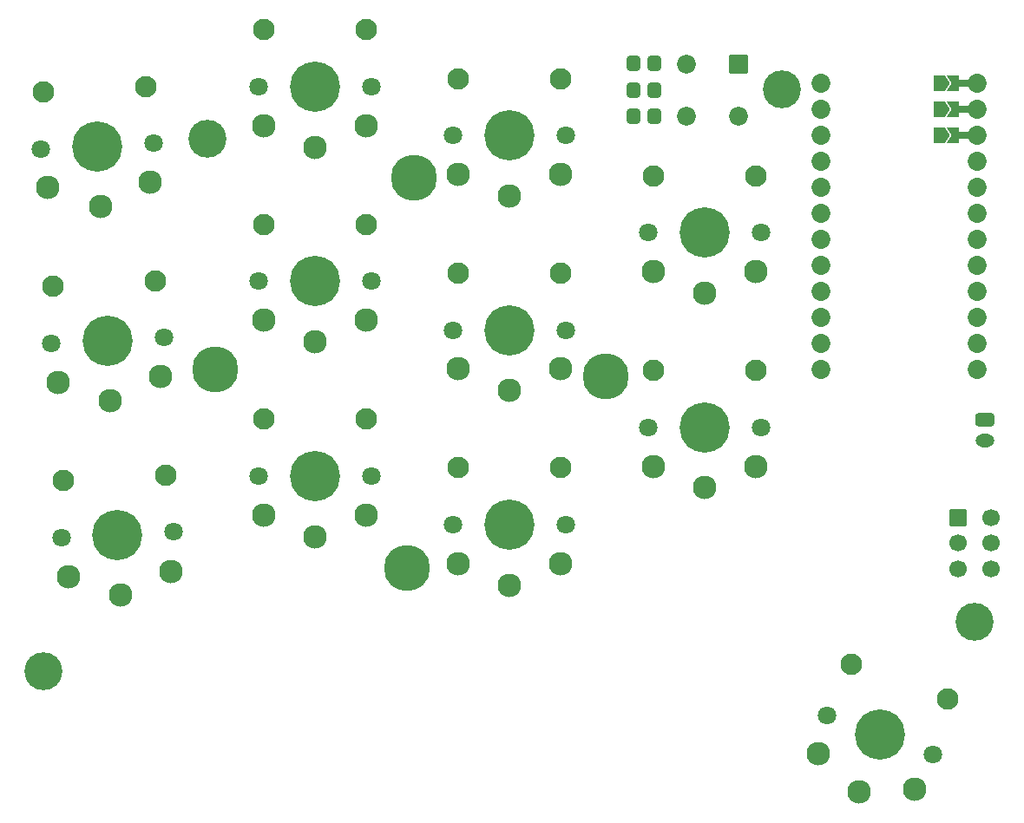
<source format=gbr>
%TF.GenerationSoftware,KiCad,Pcbnew,8.0.6-1.fc41*%
%TF.CreationDate,2024-12-09T10:01:21+11:00*%
%TF.ProjectId,pueo-mx-spaced,7075656f-2d6d-4782-9d73-70616365642e,0.1*%
%TF.SameCoordinates,Original*%
%TF.FileFunction,Soldermask,Bot*%
%TF.FilePolarity,Negative*%
%FSLAX46Y46*%
G04 Gerber Fmt 4.6, Leading zero omitted, Abs format (unit mm)*
G04 Created by KiCad (PCBNEW 8.0.6-1.fc41) date 2024-12-09 10:01:21*
%MOMM*%
%LPD*%
G01*
G04 APERTURE LIST*
G04 Aperture macros list*
%AMRoundRect*
0 Rectangle with rounded corners*
0 $1 Rounding radius*
0 $2 $3 $4 $5 $6 $7 $8 $9 X,Y pos of 4 corners*
0 Add a 4 corners polygon primitive as box body*
4,1,4,$2,$3,$4,$5,$6,$7,$8,$9,$2,$3,0*
0 Add four circle primitives for the rounded corners*
1,1,$1+$1,$2,$3*
1,1,$1+$1,$4,$5*
1,1,$1+$1,$6,$7*
1,1,$1+$1,$8,$9*
0 Add four rect primitives between the rounded corners*
20,1,$1+$1,$2,$3,$4,$5,0*
20,1,$1+$1,$4,$5,$6,$7,0*
20,1,$1+$1,$6,$7,$8,$9,0*
20,1,$1+$1,$8,$9,$2,$3,0*%
%AMFreePoly0*
4,1,16,0.685355,0.785355,0.700000,0.750000,0.691603,0.722265,0.210093,0.000000,0.691603,-0.722265,0.699029,-0.759806,0.677735,-0.791603,0.650000,-0.800000,-0.500000,-0.800000,-0.535355,-0.785355,-0.550000,-0.750000,-0.550000,0.750000,-0.535355,0.785355,-0.500000,0.800000,0.650000,0.800000,0.685355,0.785355,0.685355,0.785355,$1*%
%AMFreePoly1*
4,1,16,0.535355,0.785355,0.550000,0.750000,0.550000,-0.750000,0.535355,-0.785355,0.500000,-0.800000,-0.500000,-0.800000,-0.535355,-0.785355,-0.541603,-0.777735,-1.041603,-0.027735,-1.049029,0.009806,-1.041603,0.027735,-0.541603,0.777735,-0.509806,0.799029,-0.500000,0.800000,0.500000,0.800000,0.535355,0.785355,0.535355,0.785355,$1*%
G04 Aperture macros list end*
%ADD10C,1.801800*%
%ADD11C,2.100000*%
%ADD12C,4.900000*%
%ADD13C,2.300000*%
%ADD14O,1.850000X1.300000*%
%ADD15C,4.500000*%
%ADD16C,3.700000*%
%ADD17RoundRect,0.270833X-0.654167X0.379167X-0.654167X-0.379167X0.654167X-0.379167X0.654167X0.379167X0*%
%ADD18RoundRect,0.050000X-0.762000X0.250000X-0.762000X-0.250000X0.762000X-0.250000X0.762000X0.250000X0*%
%ADD19C,1.852600*%
%ADD20FreePoly0,180.000000*%
%ADD21FreePoly1,180.000000*%
%ADD22RoundRect,0.102000X-0.820000X0.820000X-0.820000X-0.820000X0.820000X-0.820000X0.820000X0.820000X0*%
%ADD23C,1.844000*%
%ADD24RoundRect,0.270833X0.379167X0.479167X-0.379167X0.479167X-0.379167X-0.479167X0.379167X-0.479167X0*%
%ADD25RoundRect,0.050000X-0.800000X0.800000X-0.800000X-0.800000X0.800000X-0.800000X0.800000X0.800000X0*%
%ADD26C,1.700000*%
G04 APERTURE END LIST*
D10*
%TO.C,S4*%
X109161664Y-66599976D03*
D11*
X109370515Y-61031412D03*
D12*
X114654126Y-66312127D03*
D11*
X119356810Y-60508052D03*
D10*
X120146588Y-66024278D03*
D13*
X114962907Y-72204038D03*
X109859854Y-70368598D03*
X119846150Y-69845238D03*
%TD*%
D10*
%TO.C,S13*%
X185823306Y-121897357D03*
D11*
X188191365Y-116853071D03*
D12*
X190991616Y-123778467D03*
D11*
X197588289Y-120273275D03*
D10*
X196159926Y-125659577D03*
D13*
X188973696Y-129322655D03*
X184993475Y-125639199D03*
X194390402Y-129059401D03*
%TD*%
D10*
%TO.C,S8*%
X149391618Y-103258464D03*
D11*
X149891615Y-97708468D03*
D12*
X154891617Y-103258466D03*
D11*
X159891617Y-97708465D03*
D10*
X160391616Y-103258468D03*
D13*
X154891617Y-109158468D03*
X149891617Y-107058466D03*
X159891617Y-107058466D03*
%TD*%
D14*
%TO.C,*%
X201282700Y-95048470D03*
%TD*%
D10*
%TO.C,S3*%
X110156046Y-85573933D03*
D11*
X110364897Y-80005369D03*
D12*
X115648508Y-85286084D03*
D11*
X120351192Y-79482009D03*
D10*
X121140970Y-84998235D03*
D13*
X115957289Y-91177995D03*
X110854236Y-89342555D03*
X120840532Y-88819195D03*
%TD*%
D10*
%TO.C,S5*%
X130391617Y-98508468D03*
D11*
X130891614Y-92958472D03*
D12*
X135891616Y-98508470D03*
D11*
X140891616Y-92958469D03*
D10*
X141391615Y-98508472D03*
D13*
X135891616Y-104408472D03*
X130891616Y-102308470D03*
X140891616Y-102308470D03*
%TD*%
D15*
%TO.C,*%
X144891617Y-107508466D03*
%TD*%
D16*
%TO.C,REF\u002A\u002A*%
X109402834Y-117541819D03*
%TD*%
D10*
%TO.C,S12*%
X168391620Y-74758467D03*
D11*
X168891617Y-69208471D03*
D12*
X173891619Y-74758469D03*
D11*
X178891619Y-69208468D03*
D10*
X179391618Y-74758471D03*
D13*
X173891619Y-80658471D03*
X168891619Y-78558469D03*
X178891619Y-78558469D03*
%TD*%
D16*
%TO.C,REF\u002A\u002A*%
X125439323Y-65613080D03*
%TD*%
D17*
%TO.C,*%
X201282701Y-93048471D03*
%TD*%
D10*
%TO.C,S11*%
X168391618Y-93758463D03*
D11*
X168891615Y-88208467D03*
D12*
X173891617Y-93758465D03*
D11*
X178891617Y-88208464D03*
D10*
X179391616Y-93758467D03*
D13*
X173891617Y-99658467D03*
X168891617Y-97558465D03*
X178891617Y-97558465D03*
%TD*%
D10*
%TO.C,S10*%
X149391619Y-65258467D03*
D11*
X149891616Y-59708471D03*
D12*
X154891618Y-65258469D03*
D11*
X159891618Y-59708468D03*
D10*
X160391617Y-65258471D03*
D13*
X154891618Y-71158471D03*
X149891618Y-69058469D03*
X159891618Y-69058469D03*
%TD*%
D16*
%TO.C,REF\u002A\u002A*%
X181491618Y-60758466D03*
%TD*%
D18*
%TO.C,MCU1*%
X199166618Y-60138466D03*
D19*
X185271617Y-60138467D03*
X200511617Y-60138469D03*
D20*
X198216619Y-60138469D03*
D18*
X199166618Y-62678468D03*
D19*
X200511619Y-62678469D03*
D20*
X198216618Y-62678469D03*
D19*
X185271617Y-62678469D03*
X185271620Y-65218466D03*
D18*
X199166618Y-65218467D03*
D20*
X198216617Y-65218468D03*
D19*
X200511618Y-65218469D03*
X185271620Y-67758467D03*
X200511618Y-67758468D03*
D21*
X196766620Y-60138468D03*
X196766617Y-62678468D03*
X196766618Y-65218468D03*
D19*
X200511618Y-70298469D03*
X200511619Y-72838467D03*
X200511618Y-75378468D03*
X200511618Y-77918468D03*
X200511616Y-80458469D03*
X200511616Y-82998470D03*
X200511619Y-85538467D03*
X200511619Y-88078469D03*
X185271618Y-70298468D03*
X185271618Y-72838468D03*
X185271617Y-75378469D03*
X185271618Y-77918467D03*
X185271618Y-80458468D03*
X185271618Y-82998467D03*
X185271617Y-85538467D03*
X185271619Y-88078467D03*
%TD*%
D10*
%TO.C,S6*%
X130391616Y-79508464D03*
D11*
X130891613Y-73958468D03*
D12*
X135891615Y-79508466D03*
D11*
X140891615Y-73958465D03*
D10*
X141391614Y-79508468D03*
D13*
X135891615Y-85408468D03*
X130891615Y-83308466D03*
X140891615Y-83308466D03*
%TD*%
D10*
%TO.C,S2*%
X111150431Y-104547895D03*
D11*
X111359282Y-98979331D03*
D12*
X116642893Y-104260046D03*
D11*
X121345577Y-98455971D03*
D10*
X122135355Y-103972197D03*
D13*
X116951674Y-110151957D03*
X111848621Y-108316517D03*
X121834917Y-107793157D03*
%TD*%
D10*
%TO.C,S7*%
X130391619Y-60508465D03*
D11*
X130891616Y-54958469D03*
D12*
X135891618Y-60508467D03*
D11*
X140891618Y-54958466D03*
D10*
X141391617Y-60508469D03*
D13*
X135891618Y-66408469D03*
X130891618Y-64308467D03*
X140891618Y-64308467D03*
%TD*%
D16*
%TO.C,REF\u002A\u002A*%
X200274472Y-112742162D03*
%TD*%
D15*
%TO.C,REF\u002A\u002A*%
X126176986Y-88128899D03*
X145556553Y-69414268D03*
X144891617Y-107508466D03*
X164271184Y-88793835D03*
%TD*%
D16*
%TO.C,*%
X200274472Y-112742162D03*
%TD*%
D22*
%TO.C,REF\u002A\u002A*%
X177248141Y-58277937D03*
D23*
X177248141Y-63357939D03*
X172168139Y-63357939D03*
X172168139Y-58277937D03*
%TD*%
D10*
%TO.C,S9*%
X149391620Y-84258467D03*
D11*
X149891617Y-78708471D03*
D12*
X154891619Y-84258469D03*
D11*
X159891619Y-78708468D03*
D10*
X160391618Y-84258471D03*
D13*
X154891619Y-90158471D03*
X149891619Y-88058469D03*
X159891619Y-88058469D03*
%TD*%
D24*
%TO.C,REF\u002A\u002A*%
X168981278Y-58254490D03*
X166981278Y-58254486D03*
%TD*%
%TO.C,REF\u002A\u002A*%
X168981279Y-63404491D03*
X166981279Y-63404487D03*
%TD*%
D25*
%TO.C,on/off*%
X198638611Y-102553469D03*
D26*
X198638604Y-105053469D03*
X198638619Y-107553467D03*
X201838621Y-102553461D03*
X201838616Y-105053469D03*
X201838605Y-107553468D03*
%TD*%
D24*
%TO.C,REF\u002A\u002A*%
X168981278Y-60817946D03*
X166981278Y-60817942D03*
%TD*%
M02*

</source>
